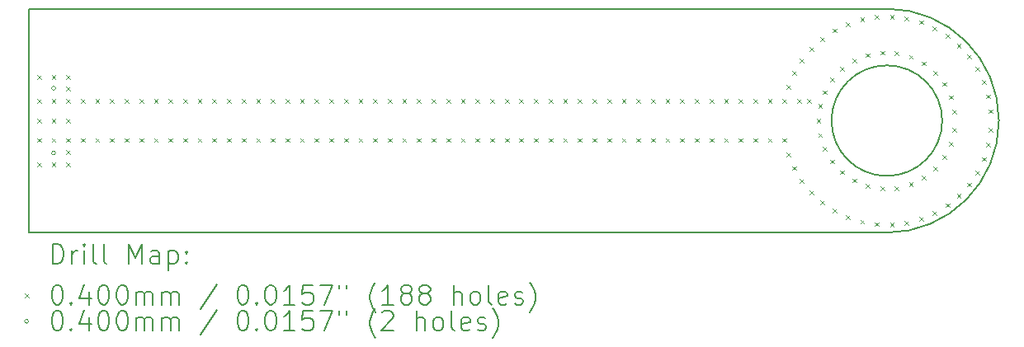
<source format=gbr>
%TF.GenerationSoftware,KiCad,Pcbnew,7.0.1*%
%TF.CreationDate,2023-05-15T14:11:47-06:00*%
%TF.ProjectId,H-field_RF_probe,482d6669-656c-4645-9f52-465f70726f62,rev?*%
%TF.SameCoordinates,Original*%
%TF.FileFunction,Drillmap*%
%TF.FilePolarity,Positive*%
%FSLAX45Y45*%
G04 Gerber Fmt 4.5, Leading zero omitted, Abs format (unit mm)*
G04 Created by KiCad (PCBNEW 7.0.1) date 2023-05-15 14:11:47*
%MOMM*%
%LPD*%
G01*
G04 APERTURE LIST*
%ADD10C,0.150000*%
%ADD11C,0.200000*%
%ADD12C,0.040000*%
G04 APERTURE END LIST*
D10*
X18800000Y-5400000D02*
X10000000Y-5400000D01*
X19367961Y-6550000D02*
G75*
G03*
X19367961Y-6550000I-567961J0D01*
G01*
X18800000Y-7700000D02*
G75*
G03*
X18800000Y-5400000I0J1150000D01*
G01*
X18800000Y-7700000D02*
X10000000Y-7700000D01*
X10000000Y-7700000D02*
X10000000Y-5400000D01*
D11*
D12*
X10080000Y-6080000D02*
X10120000Y-6120000D01*
X10120000Y-6080000D02*
X10080000Y-6120000D01*
X10080000Y-6330000D02*
X10120000Y-6370000D01*
X10120000Y-6330000D02*
X10080000Y-6370000D01*
X10080000Y-6530000D02*
X10120000Y-6570000D01*
X10120000Y-6530000D02*
X10080000Y-6570000D01*
X10080000Y-6730000D02*
X10120000Y-6770000D01*
X10120000Y-6730000D02*
X10080000Y-6770000D01*
X10080000Y-6980000D02*
X10120000Y-7020000D01*
X10120000Y-6980000D02*
X10080000Y-7020000D01*
X10230000Y-6080000D02*
X10270000Y-6120000D01*
X10270000Y-6080000D02*
X10230000Y-6120000D01*
X10230000Y-6330000D02*
X10270000Y-6370000D01*
X10270000Y-6330000D02*
X10230000Y-6370000D01*
X10230000Y-6530063D02*
X10270000Y-6570063D01*
X10270000Y-6530063D02*
X10230000Y-6570063D01*
X10230000Y-6730000D02*
X10270000Y-6770000D01*
X10270000Y-6730000D02*
X10230000Y-6770000D01*
X10230000Y-6980000D02*
X10270000Y-7020000D01*
X10270000Y-6980000D02*
X10230000Y-7020000D01*
X10380000Y-6080000D02*
X10420000Y-6120000D01*
X10420000Y-6080000D02*
X10380000Y-6120000D01*
X10380000Y-6330000D02*
X10420000Y-6370000D01*
X10420000Y-6330000D02*
X10380000Y-6370000D01*
X10380000Y-6530000D02*
X10420000Y-6570000D01*
X10420000Y-6530000D02*
X10380000Y-6570000D01*
X10380000Y-6730000D02*
X10420000Y-6770000D01*
X10420000Y-6730000D02*
X10380000Y-6770000D01*
X10380000Y-6980000D02*
X10420000Y-7020000D01*
X10420000Y-6980000D02*
X10380000Y-7020000D01*
X10380719Y-6203901D02*
X10420719Y-6243901D01*
X10420719Y-6203901D02*
X10380719Y-6243901D01*
X10380746Y-6855353D02*
X10420746Y-6895353D01*
X10420746Y-6855353D02*
X10380746Y-6895353D01*
X10530000Y-6330000D02*
X10570000Y-6370000D01*
X10570000Y-6330000D02*
X10530000Y-6370000D01*
X10530000Y-6730000D02*
X10570000Y-6770000D01*
X10570000Y-6730000D02*
X10530000Y-6770000D01*
X10680000Y-6330000D02*
X10720000Y-6370000D01*
X10720000Y-6330000D02*
X10680000Y-6370000D01*
X10680000Y-6730000D02*
X10720000Y-6770000D01*
X10720000Y-6730000D02*
X10680000Y-6770000D01*
X10830000Y-6330000D02*
X10870000Y-6370000D01*
X10870000Y-6330000D02*
X10830000Y-6370000D01*
X10830000Y-6730000D02*
X10870000Y-6770000D01*
X10870000Y-6730000D02*
X10830000Y-6770000D01*
X10980000Y-6330000D02*
X11020000Y-6370000D01*
X11020000Y-6330000D02*
X10980000Y-6370000D01*
X10980000Y-6730000D02*
X11020000Y-6770000D01*
X11020000Y-6730000D02*
X10980000Y-6770000D01*
X11130000Y-6330000D02*
X11170000Y-6370000D01*
X11170000Y-6330000D02*
X11130000Y-6370000D01*
X11130000Y-6730000D02*
X11170000Y-6770000D01*
X11170000Y-6730000D02*
X11130000Y-6770000D01*
X11280000Y-6330000D02*
X11320000Y-6370000D01*
X11320000Y-6330000D02*
X11280000Y-6370000D01*
X11280000Y-6730000D02*
X11320000Y-6770000D01*
X11320000Y-6730000D02*
X11280000Y-6770000D01*
X11430000Y-6330000D02*
X11470000Y-6370000D01*
X11470000Y-6330000D02*
X11430000Y-6370000D01*
X11430000Y-6730000D02*
X11470000Y-6770000D01*
X11470000Y-6730000D02*
X11430000Y-6770000D01*
X11580000Y-6330000D02*
X11620000Y-6370000D01*
X11620000Y-6330000D02*
X11580000Y-6370000D01*
X11580000Y-6730000D02*
X11620000Y-6770000D01*
X11620000Y-6730000D02*
X11580000Y-6770000D01*
X11730000Y-6330000D02*
X11770000Y-6370000D01*
X11770000Y-6330000D02*
X11730000Y-6370000D01*
X11730000Y-6730000D02*
X11770000Y-6770000D01*
X11770000Y-6730000D02*
X11730000Y-6770000D01*
X11880000Y-6330000D02*
X11920000Y-6370000D01*
X11920000Y-6330000D02*
X11880000Y-6370000D01*
X11880000Y-6730000D02*
X11920000Y-6770000D01*
X11920000Y-6730000D02*
X11880000Y-6770000D01*
X12030000Y-6330000D02*
X12070000Y-6370000D01*
X12070000Y-6330000D02*
X12030000Y-6370000D01*
X12030000Y-6730000D02*
X12070000Y-6770000D01*
X12070000Y-6730000D02*
X12030000Y-6770000D01*
X12180000Y-6330000D02*
X12220000Y-6370000D01*
X12220000Y-6330000D02*
X12180000Y-6370000D01*
X12180000Y-6730000D02*
X12220000Y-6770000D01*
X12220000Y-6730000D02*
X12180000Y-6770000D01*
X12330000Y-6330000D02*
X12370000Y-6370000D01*
X12370000Y-6330000D02*
X12330000Y-6370000D01*
X12330000Y-6730000D02*
X12370000Y-6770000D01*
X12370000Y-6730000D02*
X12330000Y-6770000D01*
X12480000Y-6330000D02*
X12520000Y-6370000D01*
X12520000Y-6330000D02*
X12480000Y-6370000D01*
X12480000Y-6730000D02*
X12520000Y-6770000D01*
X12520000Y-6730000D02*
X12480000Y-6770000D01*
X12630000Y-6330000D02*
X12670000Y-6370000D01*
X12670000Y-6330000D02*
X12630000Y-6370000D01*
X12630000Y-6730000D02*
X12670000Y-6770000D01*
X12670000Y-6730000D02*
X12630000Y-6770000D01*
X12780000Y-6330000D02*
X12820000Y-6370000D01*
X12820000Y-6330000D02*
X12780000Y-6370000D01*
X12780000Y-6730000D02*
X12820000Y-6770000D01*
X12820000Y-6730000D02*
X12780000Y-6770000D01*
X12930000Y-6330000D02*
X12970000Y-6370000D01*
X12970000Y-6330000D02*
X12930000Y-6370000D01*
X12930000Y-6730000D02*
X12970000Y-6770000D01*
X12970000Y-6730000D02*
X12930000Y-6770000D01*
X13080000Y-6330000D02*
X13120000Y-6370000D01*
X13120000Y-6330000D02*
X13080000Y-6370000D01*
X13080000Y-6730000D02*
X13120000Y-6770000D01*
X13120000Y-6730000D02*
X13080000Y-6770000D01*
X13230000Y-6330000D02*
X13270000Y-6370000D01*
X13270000Y-6330000D02*
X13230000Y-6370000D01*
X13230000Y-6730000D02*
X13270000Y-6770000D01*
X13270000Y-6730000D02*
X13230000Y-6770000D01*
X13380000Y-6330000D02*
X13420000Y-6370000D01*
X13420000Y-6330000D02*
X13380000Y-6370000D01*
X13380000Y-6730000D02*
X13420000Y-6770000D01*
X13420000Y-6730000D02*
X13380000Y-6770000D01*
X13530000Y-6330000D02*
X13570000Y-6370000D01*
X13570000Y-6330000D02*
X13530000Y-6370000D01*
X13530000Y-6730000D02*
X13570000Y-6770000D01*
X13570000Y-6730000D02*
X13530000Y-6770000D01*
X13680000Y-6330000D02*
X13720000Y-6370000D01*
X13720000Y-6330000D02*
X13680000Y-6370000D01*
X13680000Y-6730000D02*
X13720000Y-6770000D01*
X13720000Y-6730000D02*
X13680000Y-6770000D01*
X13830000Y-6330000D02*
X13870000Y-6370000D01*
X13870000Y-6330000D02*
X13830000Y-6370000D01*
X13830000Y-6730000D02*
X13870000Y-6770000D01*
X13870000Y-6730000D02*
X13830000Y-6770000D01*
X13980000Y-6330000D02*
X14020000Y-6370000D01*
X14020000Y-6330000D02*
X13980000Y-6370000D01*
X13980000Y-6730000D02*
X14020000Y-6770000D01*
X14020000Y-6730000D02*
X13980000Y-6770000D01*
X14130000Y-6330000D02*
X14170000Y-6370000D01*
X14170000Y-6330000D02*
X14130000Y-6370000D01*
X14130000Y-6730000D02*
X14170000Y-6770000D01*
X14170000Y-6730000D02*
X14130000Y-6770000D01*
X14280000Y-6330000D02*
X14320000Y-6370000D01*
X14320000Y-6330000D02*
X14280000Y-6370000D01*
X14280000Y-6730000D02*
X14320000Y-6770000D01*
X14320000Y-6730000D02*
X14280000Y-6770000D01*
X14430000Y-6330000D02*
X14470000Y-6370000D01*
X14470000Y-6330000D02*
X14430000Y-6370000D01*
X14430000Y-6730000D02*
X14470000Y-6770000D01*
X14470000Y-6730000D02*
X14430000Y-6770000D01*
X14580000Y-6330000D02*
X14620000Y-6370000D01*
X14620000Y-6330000D02*
X14580000Y-6370000D01*
X14580000Y-6730000D02*
X14620000Y-6770000D01*
X14620000Y-6730000D02*
X14580000Y-6770000D01*
X14730000Y-6330000D02*
X14770000Y-6370000D01*
X14770000Y-6330000D02*
X14730000Y-6370000D01*
X14730000Y-6730000D02*
X14770000Y-6770000D01*
X14770000Y-6730000D02*
X14730000Y-6770000D01*
X14880000Y-6330000D02*
X14920000Y-6370000D01*
X14920000Y-6330000D02*
X14880000Y-6370000D01*
X14880000Y-6730000D02*
X14920000Y-6770000D01*
X14920000Y-6730000D02*
X14880000Y-6770000D01*
X15030000Y-6330000D02*
X15070000Y-6370000D01*
X15070000Y-6330000D02*
X15030000Y-6370000D01*
X15030000Y-6730000D02*
X15070000Y-6770000D01*
X15070000Y-6730000D02*
X15030000Y-6770000D01*
X15180000Y-6330000D02*
X15220000Y-6370000D01*
X15220000Y-6330000D02*
X15180000Y-6370000D01*
X15180000Y-6330000D02*
X15220000Y-6370000D01*
X15220000Y-6330000D02*
X15180000Y-6370000D01*
X15180000Y-6730000D02*
X15220000Y-6770000D01*
X15220000Y-6730000D02*
X15180000Y-6770000D01*
X15180000Y-6730000D02*
X15220000Y-6770000D01*
X15220000Y-6730000D02*
X15180000Y-6770000D01*
X15330000Y-6330000D02*
X15370000Y-6370000D01*
X15370000Y-6330000D02*
X15330000Y-6370000D01*
X15330000Y-6730000D02*
X15370000Y-6770000D01*
X15370000Y-6730000D02*
X15330000Y-6770000D01*
X15480000Y-6330000D02*
X15520000Y-6370000D01*
X15520000Y-6330000D02*
X15480000Y-6370000D01*
X15480000Y-6730000D02*
X15520000Y-6770000D01*
X15520000Y-6730000D02*
X15480000Y-6770000D01*
X15630000Y-6330000D02*
X15670000Y-6370000D01*
X15670000Y-6330000D02*
X15630000Y-6370000D01*
X15630000Y-6730000D02*
X15670000Y-6770000D01*
X15670000Y-6730000D02*
X15630000Y-6770000D01*
X15780000Y-6330000D02*
X15820000Y-6370000D01*
X15820000Y-6330000D02*
X15780000Y-6370000D01*
X15780000Y-6730000D02*
X15820000Y-6770000D01*
X15820000Y-6730000D02*
X15780000Y-6770000D01*
X15930000Y-6330000D02*
X15970000Y-6370000D01*
X15970000Y-6330000D02*
X15930000Y-6370000D01*
X15930000Y-6730000D02*
X15970000Y-6770000D01*
X15970000Y-6730000D02*
X15930000Y-6770000D01*
X16080000Y-6330000D02*
X16120000Y-6370000D01*
X16120000Y-6330000D02*
X16080000Y-6370000D01*
X16080000Y-6730000D02*
X16120000Y-6770000D01*
X16120000Y-6730000D02*
X16080000Y-6770000D01*
X16230000Y-6330000D02*
X16270000Y-6370000D01*
X16270000Y-6330000D02*
X16230000Y-6370000D01*
X16230000Y-6730000D02*
X16270000Y-6770000D01*
X16270000Y-6730000D02*
X16230000Y-6770000D01*
X16380000Y-6330000D02*
X16420000Y-6370000D01*
X16420000Y-6330000D02*
X16380000Y-6370000D01*
X16380000Y-6730000D02*
X16420000Y-6770000D01*
X16420000Y-6730000D02*
X16380000Y-6770000D01*
X16530000Y-6330000D02*
X16570000Y-6370000D01*
X16570000Y-6330000D02*
X16530000Y-6370000D01*
X16530000Y-6730000D02*
X16570000Y-6770000D01*
X16570000Y-6730000D02*
X16530000Y-6770000D01*
X16680000Y-6330000D02*
X16720000Y-6370000D01*
X16720000Y-6330000D02*
X16680000Y-6370000D01*
X16680000Y-6730000D02*
X16720000Y-6770000D01*
X16720000Y-6730000D02*
X16680000Y-6770000D01*
X16830000Y-6330000D02*
X16870000Y-6370000D01*
X16870000Y-6330000D02*
X16830000Y-6370000D01*
X16830000Y-6730000D02*
X16870000Y-6770000D01*
X16870000Y-6730000D02*
X16830000Y-6770000D01*
X16980000Y-6330000D02*
X17020000Y-6370000D01*
X17020000Y-6330000D02*
X16980000Y-6370000D01*
X16980000Y-6730000D02*
X17020000Y-6770000D01*
X17020000Y-6730000D02*
X16980000Y-6770000D01*
X17130000Y-6330000D02*
X17170000Y-6370000D01*
X17170000Y-6330000D02*
X17130000Y-6370000D01*
X17130000Y-6730000D02*
X17170000Y-6770000D01*
X17170000Y-6730000D02*
X17130000Y-6770000D01*
X17280000Y-6330000D02*
X17320000Y-6370000D01*
X17320000Y-6330000D02*
X17280000Y-6370000D01*
X17280000Y-6730000D02*
X17320000Y-6770000D01*
X17320000Y-6730000D02*
X17280000Y-6770000D01*
X17430000Y-6330000D02*
X17470000Y-6370000D01*
X17470000Y-6330000D02*
X17430000Y-6370000D01*
X17430000Y-6730000D02*
X17470000Y-6770000D01*
X17470000Y-6730000D02*
X17430000Y-6770000D01*
X17580000Y-6330000D02*
X17620000Y-6370000D01*
X17620000Y-6330000D02*
X17580000Y-6370000D01*
X17580000Y-6730000D02*
X17620000Y-6770000D01*
X17620000Y-6730000D02*
X17580000Y-6770000D01*
X17730000Y-6330000D02*
X17770000Y-6370000D01*
X17770000Y-6330000D02*
X17730000Y-6370000D01*
X17730000Y-6730000D02*
X17770000Y-6770000D01*
X17770000Y-6730000D02*
X17730000Y-6770000D01*
X17769261Y-6182284D02*
X17809261Y-6222284D01*
X17809261Y-6182284D02*
X17769261Y-6222284D01*
X17769261Y-6877716D02*
X17809261Y-6917716D01*
X17809261Y-6877716D02*
X17769261Y-6917716D01*
X17829189Y-6041679D02*
X17869189Y-6081679D01*
X17869189Y-6041679D02*
X17829189Y-6081679D01*
X17829189Y-7018321D02*
X17869189Y-7058321D01*
X17869189Y-7018321D02*
X17829189Y-7058321D01*
X17880000Y-6330000D02*
X17920000Y-6370000D01*
X17920000Y-6330000D02*
X17880000Y-6370000D01*
X17908558Y-5911058D02*
X17948558Y-5951058D01*
X17948558Y-5911058D02*
X17908558Y-5951058D01*
X17908558Y-7148942D02*
X17948558Y-7188942D01*
X17948558Y-7148942D02*
X17908558Y-7188942D01*
X17980000Y-6330000D02*
X18020000Y-6370000D01*
X18020000Y-6330000D02*
X17980000Y-6370000D01*
X18005747Y-5793093D02*
X18045747Y-5833093D01*
X18045747Y-5793093D02*
X18005747Y-5833093D01*
X18005747Y-7266907D02*
X18045747Y-7306907D01*
X18045747Y-7266907D02*
X18005747Y-7306907D01*
X18080000Y-6530000D02*
X18120000Y-6570000D01*
X18120000Y-6530000D02*
X18080000Y-6570000D01*
X18096068Y-6380879D02*
X18136068Y-6420879D01*
X18136068Y-6380879D02*
X18096068Y-6420879D01*
X18096068Y-6679121D02*
X18136068Y-6719121D01*
X18136068Y-6679121D02*
X18096068Y-6719121D01*
X18118767Y-5690196D02*
X18158767Y-5730196D01*
X18158767Y-5690196D02*
X18118767Y-5730196D01*
X18118767Y-7369804D02*
X18158767Y-7409804D01*
X18158767Y-7369804D02*
X18118767Y-7409804D01*
X18143535Y-6238603D02*
X18183535Y-6278603D01*
X18183535Y-6238603D02*
X18143535Y-6278603D01*
X18143535Y-6821397D02*
X18183535Y-6861397D01*
X18183535Y-6821397D02*
X18143535Y-6861397D01*
X18220221Y-6109706D02*
X18260221Y-6149706D01*
X18260221Y-6109706D02*
X18220221Y-6149706D01*
X18220221Y-6950294D02*
X18260221Y-6990294D01*
X18260221Y-6950294D02*
X18220221Y-6990294D01*
X18245307Y-5604471D02*
X18285307Y-5644471D01*
X18285307Y-5604471D02*
X18245307Y-5644471D01*
X18245307Y-7455529D02*
X18285307Y-7495529D01*
X18285307Y-7455529D02*
X18245307Y-7495529D01*
X18322606Y-6000103D02*
X18362606Y-6040103D01*
X18362606Y-6000103D02*
X18322606Y-6040103D01*
X18322606Y-7059896D02*
X18362606Y-7099896D01*
X18362606Y-7059896D02*
X18322606Y-7099896D01*
X18382781Y-5537671D02*
X18422781Y-5577671D01*
X18422781Y-5537671D02*
X18382781Y-5577671D01*
X18382781Y-7522329D02*
X18422781Y-7562329D01*
X18422781Y-7522329D02*
X18382781Y-7562329D01*
X18445989Y-5914828D02*
X18485989Y-5954828D01*
X18485989Y-5914828D02*
X18445989Y-5954828D01*
X18445989Y-7145172D02*
X18485989Y-7185172D01*
X18485989Y-7145172D02*
X18445989Y-7185172D01*
X18528377Y-5491161D02*
X18568377Y-5531161D01*
X18568377Y-5491161D02*
X18528377Y-5531161D01*
X18528377Y-7568839D02*
X18568377Y-7608839D01*
X18568377Y-7568839D02*
X18528377Y-7608839D01*
X18584706Y-5857794D02*
X18624706Y-5897794D01*
X18624706Y-5857794D02*
X18584706Y-5897794D01*
X18584706Y-7202206D02*
X18624706Y-7242206D01*
X18624706Y-7202206D02*
X18584706Y-7242206D01*
X18679118Y-5465893D02*
X18719118Y-5505893D01*
X18719118Y-5465893D02*
X18679118Y-5505893D01*
X18679118Y-7594107D02*
X18719118Y-7634107D01*
X18719118Y-7594107D02*
X18679118Y-7634107D01*
X18732389Y-5831621D02*
X18772389Y-5871621D01*
X18772389Y-5831621D02*
X18732389Y-5871621D01*
X18732389Y-7228379D02*
X18772389Y-7268379D01*
X18772389Y-7228379D02*
X18732389Y-7268379D01*
X18831922Y-5462384D02*
X18871922Y-5502384D01*
X18871922Y-5462384D02*
X18831922Y-5502384D01*
X18831922Y-7597616D02*
X18871922Y-7637616D01*
X18871922Y-7597616D02*
X18831922Y-7637616D01*
X18882258Y-5837509D02*
X18922258Y-5877509D01*
X18922258Y-5837509D02*
X18882258Y-5877509D01*
X18882258Y-7222491D02*
X18922258Y-7262491D01*
X18922258Y-7222491D02*
X18882258Y-7262491D01*
X18983664Y-5480705D02*
X19023664Y-5520705D01*
X19023664Y-5480705D02*
X18983664Y-5520705D01*
X18983664Y-7579295D02*
X19023664Y-7619295D01*
X19023664Y-7579295D02*
X18983664Y-7619295D01*
X19027432Y-5875189D02*
X19067432Y-5915189D01*
X19067432Y-5875189D02*
X19027432Y-5915189D01*
X19027432Y-7184811D02*
X19067432Y-7224811D01*
X19067432Y-7184811D02*
X19027432Y-7224811D01*
X19131242Y-5520481D02*
X19171242Y-5560481D01*
X19171242Y-5520481D02*
X19131242Y-5560481D01*
X19131242Y-7539519D02*
X19171242Y-7579519D01*
X19171242Y-7539519D02*
X19131242Y-7579519D01*
X19161247Y-5942931D02*
X19201247Y-5982931D01*
X19201247Y-5942931D02*
X19161247Y-5982931D01*
X19161247Y-7117069D02*
X19201247Y-7157069D01*
X19201247Y-7117069D02*
X19161247Y-7157069D01*
X19271637Y-5580899D02*
X19311637Y-5620899D01*
X19311637Y-5580899D02*
X19271637Y-5620899D01*
X19271637Y-7479101D02*
X19311637Y-7519101D01*
X19311637Y-7479101D02*
X19271637Y-7519101D01*
X19277560Y-6037624D02*
X19317560Y-6077624D01*
X19317560Y-6037624D02*
X19277560Y-6077624D01*
X19277560Y-7022376D02*
X19317560Y-7062376D01*
X19317560Y-7022376D02*
X19277560Y-7062376D01*
X19371030Y-6154921D02*
X19411030Y-6194921D01*
X19411030Y-6154921D02*
X19371030Y-6194921D01*
X19371030Y-6905079D02*
X19411030Y-6945079D01*
X19411030Y-6905079D02*
X19371030Y-6945079D01*
X19401980Y-5660724D02*
X19441980Y-5700724D01*
X19441980Y-5660724D02*
X19401980Y-5700724D01*
X19401980Y-7399276D02*
X19441980Y-7439276D01*
X19441980Y-7399276D02*
X19401980Y-7439276D01*
X19437366Y-6289438D02*
X19477366Y-6329438D01*
X19477366Y-6289438D02*
X19437366Y-6329438D01*
X19437366Y-6770562D02*
X19477366Y-6810562D01*
X19477366Y-6770562D02*
X19437366Y-6810562D01*
X19473524Y-6434999D02*
X19513524Y-6474999D01*
X19513524Y-6434999D02*
X19473524Y-6474999D01*
X19473524Y-6625001D02*
X19513524Y-6665001D01*
X19513524Y-6625001D02*
X19473524Y-6665001D01*
X19519605Y-5758324D02*
X19559605Y-5798324D01*
X19559605Y-5758324D02*
X19519605Y-5798324D01*
X19519605Y-7301676D02*
X19559605Y-7341676D01*
X19559605Y-7301676D02*
X19519605Y-7341676D01*
X19622107Y-5871702D02*
X19662107Y-5911702D01*
X19662107Y-5871702D02*
X19622107Y-5911702D01*
X19622107Y-7188298D02*
X19662107Y-7228298D01*
X19662107Y-7188298D02*
X19622107Y-7228298D01*
X19707390Y-5998541D02*
X19747390Y-6038541D01*
X19747390Y-5998541D02*
X19707390Y-6038541D01*
X19707390Y-7061459D02*
X19747390Y-7101459D01*
X19747390Y-7061459D02*
X19707390Y-7101459D01*
X19773710Y-6136247D02*
X19813710Y-6176247D01*
X19813710Y-6136247D02*
X19773710Y-6176247D01*
X19773710Y-6923752D02*
X19813710Y-6963752D01*
X19813710Y-6923752D02*
X19773710Y-6963752D01*
X19819711Y-6282005D02*
X19859711Y-6322005D01*
X19859711Y-6282005D02*
X19819711Y-6322005D01*
X19819711Y-6777995D02*
X19859711Y-6817995D01*
X19859711Y-6777995D02*
X19819711Y-6817995D01*
X19844452Y-6432833D02*
X19884452Y-6472833D01*
X19884452Y-6432833D02*
X19844452Y-6472833D01*
X19844452Y-6627167D02*
X19884452Y-6667167D01*
X19884452Y-6627167D02*
X19844452Y-6667167D01*
X10270000Y-6217500D02*
G75*
G03*
X10270000Y-6217500I-20000J0D01*
G01*
X10270000Y-6882500D02*
G75*
G03*
X10270000Y-6882500I-20000J0D01*
G01*
D11*
X10240119Y-8020024D02*
X10240119Y-7820024D01*
X10240119Y-7820024D02*
X10287738Y-7820024D01*
X10287738Y-7820024D02*
X10316310Y-7829548D01*
X10316310Y-7829548D02*
X10335357Y-7848595D01*
X10335357Y-7848595D02*
X10344881Y-7867643D01*
X10344881Y-7867643D02*
X10354405Y-7905738D01*
X10354405Y-7905738D02*
X10354405Y-7934309D01*
X10354405Y-7934309D02*
X10344881Y-7972405D01*
X10344881Y-7972405D02*
X10335357Y-7991452D01*
X10335357Y-7991452D02*
X10316310Y-8010500D01*
X10316310Y-8010500D02*
X10287738Y-8020024D01*
X10287738Y-8020024D02*
X10240119Y-8020024D01*
X10440119Y-8020024D02*
X10440119Y-7886690D01*
X10440119Y-7924786D02*
X10449643Y-7905738D01*
X10449643Y-7905738D02*
X10459167Y-7896214D01*
X10459167Y-7896214D02*
X10478214Y-7886690D01*
X10478214Y-7886690D02*
X10497262Y-7886690D01*
X10563929Y-8020024D02*
X10563929Y-7886690D01*
X10563929Y-7820024D02*
X10554405Y-7829548D01*
X10554405Y-7829548D02*
X10563929Y-7839071D01*
X10563929Y-7839071D02*
X10573452Y-7829548D01*
X10573452Y-7829548D02*
X10563929Y-7820024D01*
X10563929Y-7820024D02*
X10563929Y-7839071D01*
X10687738Y-8020024D02*
X10668690Y-8010500D01*
X10668690Y-8010500D02*
X10659167Y-7991452D01*
X10659167Y-7991452D02*
X10659167Y-7820024D01*
X10792500Y-8020024D02*
X10773452Y-8010500D01*
X10773452Y-8010500D02*
X10763929Y-7991452D01*
X10763929Y-7991452D02*
X10763929Y-7820024D01*
X11021071Y-8020024D02*
X11021071Y-7820024D01*
X11021071Y-7820024D02*
X11087738Y-7962881D01*
X11087738Y-7962881D02*
X11154405Y-7820024D01*
X11154405Y-7820024D02*
X11154405Y-8020024D01*
X11335357Y-8020024D02*
X11335357Y-7915262D01*
X11335357Y-7915262D02*
X11325833Y-7896214D01*
X11325833Y-7896214D02*
X11306786Y-7886690D01*
X11306786Y-7886690D02*
X11268690Y-7886690D01*
X11268690Y-7886690D02*
X11249643Y-7896214D01*
X11335357Y-8010500D02*
X11316309Y-8020024D01*
X11316309Y-8020024D02*
X11268690Y-8020024D01*
X11268690Y-8020024D02*
X11249643Y-8010500D01*
X11249643Y-8010500D02*
X11240119Y-7991452D01*
X11240119Y-7991452D02*
X11240119Y-7972405D01*
X11240119Y-7972405D02*
X11249643Y-7953357D01*
X11249643Y-7953357D02*
X11268690Y-7943833D01*
X11268690Y-7943833D02*
X11316309Y-7943833D01*
X11316309Y-7943833D02*
X11335357Y-7934309D01*
X11430595Y-7886690D02*
X11430595Y-8086690D01*
X11430595Y-7896214D02*
X11449643Y-7886690D01*
X11449643Y-7886690D02*
X11487738Y-7886690D01*
X11487738Y-7886690D02*
X11506786Y-7896214D01*
X11506786Y-7896214D02*
X11516309Y-7905738D01*
X11516309Y-7905738D02*
X11525833Y-7924786D01*
X11525833Y-7924786D02*
X11525833Y-7981928D01*
X11525833Y-7981928D02*
X11516309Y-8000976D01*
X11516309Y-8000976D02*
X11506786Y-8010500D01*
X11506786Y-8010500D02*
X11487738Y-8020024D01*
X11487738Y-8020024D02*
X11449643Y-8020024D01*
X11449643Y-8020024D02*
X11430595Y-8010500D01*
X11611548Y-8000976D02*
X11621071Y-8010500D01*
X11621071Y-8010500D02*
X11611548Y-8020024D01*
X11611548Y-8020024D02*
X11602024Y-8010500D01*
X11602024Y-8010500D02*
X11611548Y-8000976D01*
X11611548Y-8000976D02*
X11611548Y-8020024D01*
X11611548Y-7896214D02*
X11621071Y-7905738D01*
X11621071Y-7905738D02*
X11611548Y-7915262D01*
X11611548Y-7915262D02*
X11602024Y-7905738D01*
X11602024Y-7905738D02*
X11611548Y-7896214D01*
X11611548Y-7896214D02*
X11611548Y-7915262D01*
D12*
X9952500Y-8327500D02*
X9992500Y-8367500D01*
X9992500Y-8327500D02*
X9952500Y-8367500D01*
D11*
X10278214Y-8240024D02*
X10297262Y-8240024D01*
X10297262Y-8240024D02*
X10316310Y-8249548D01*
X10316310Y-8249548D02*
X10325833Y-8259071D01*
X10325833Y-8259071D02*
X10335357Y-8278119D01*
X10335357Y-8278119D02*
X10344881Y-8316214D01*
X10344881Y-8316214D02*
X10344881Y-8363833D01*
X10344881Y-8363833D02*
X10335357Y-8401929D01*
X10335357Y-8401929D02*
X10325833Y-8420976D01*
X10325833Y-8420976D02*
X10316310Y-8430500D01*
X10316310Y-8430500D02*
X10297262Y-8440024D01*
X10297262Y-8440024D02*
X10278214Y-8440024D01*
X10278214Y-8440024D02*
X10259167Y-8430500D01*
X10259167Y-8430500D02*
X10249643Y-8420976D01*
X10249643Y-8420976D02*
X10240119Y-8401929D01*
X10240119Y-8401929D02*
X10230595Y-8363833D01*
X10230595Y-8363833D02*
X10230595Y-8316214D01*
X10230595Y-8316214D02*
X10240119Y-8278119D01*
X10240119Y-8278119D02*
X10249643Y-8259071D01*
X10249643Y-8259071D02*
X10259167Y-8249548D01*
X10259167Y-8249548D02*
X10278214Y-8240024D01*
X10430595Y-8420976D02*
X10440119Y-8430500D01*
X10440119Y-8430500D02*
X10430595Y-8440024D01*
X10430595Y-8440024D02*
X10421071Y-8430500D01*
X10421071Y-8430500D02*
X10430595Y-8420976D01*
X10430595Y-8420976D02*
X10430595Y-8440024D01*
X10611548Y-8306690D02*
X10611548Y-8440024D01*
X10563929Y-8230500D02*
X10516310Y-8373357D01*
X10516310Y-8373357D02*
X10640119Y-8373357D01*
X10754405Y-8240024D02*
X10773452Y-8240024D01*
X10773452Y-8240024D02*
X10792500Y-8249548D01*
X10792500Y-8249548D02*
X10802024Y-8259071D01*
X10802024Y-8259071D02*
X10811548Y-8278119D01*
X10811548Y-8278119D02*
X10821071Y-8316214D01*
X10821071Y-8316214D02*
X10821071Y-8363833D01*
X10821071Y-8363833D02*
X10811548Y-8401929D01*
X10811548Y-8401929D02*
X10802024Y-8420976D01*
X10802024Y-8420976D02*
X10792500Y-8430500D01*
X10792500Y-8430500D02*
X10773452Y-8440024D01*
X10773452Y-8440024D02*
X10754405Y-8440024D01*
X10754405Y-8440024D02*
X10735357Y-8430500D01*
X10735357Y-8430500D02*
X10725833Y-8420976D01*
X10725833Y-8420976D02*
X10716310Y-8401929D01*
X10716310Y-8401929D02*
X10706786Y-8363833D01*
X10706786Y-8363833D02*
X10706786Y-8316214D01*
X10706786Y-8316214D02*
X10716310Y-8278119D01*
X10716310Y-8278119D02*
X10725833Y-8259071D01*
X10725833Y-8259071D02*
X10735357Y-8249548D01*
X10735357Y-8249548D02*
X10754405Y-8240024D01*
X10944881Y-8240024D02*
X10963929Y-8240024D01*
X10963929Y-8240024D02*
X10982976Y-8249548D01*
X10982976Y-8249548D02*
X10992500Y-8259071D01*
X10992500Y-8259071D02*
X11002024Y-8278119D01*
X11002024Y-8278119D02*
X11011548Y-8316214D01*
X11011548Y-8316214D02*
X11011548Y-8363833D01*
X11011548Y-8363833D02*
X11002024Y-8401929D01*
X11002024Y-8401929D02*
X10992500Y-8420976D01*
X10992500Y-8420976D02*
X10982976Y-8430500D01*
X10982976Y-8430500D02*
X10963929Y-8440024D01*
X10963929Y-8440024D02*
X10944881Y-8440024D01*
X10944881Y-8440024D02*
X10925833Y-8430500D01*
X10925833Y-8430500D02*
X10916310Y-8420976D01*
X10916310Y-8420976D02*
X10906786Y-8401929D01*
X10906786Y-8401929D02*
X10897262Y-8363833D01*
X10897262Y-8363833D02*
X10897262Y-8316214D01*
X10897262Y-8316214D02*
X10906786Y-8278119D01*
X10906786Y-8278119D02*
X10916310Y-8259071D01*
X10916310Y-8259071D02*
X10925833Y-8249548D01*
X10925833Y-8249548D02*
X10944881Y-8240024D01*
X11097262Y-8440024D02*
X11097262Y-8306690D01*
X11097262Y-8325738D02*
X11106786Y-8316214D01*
X11106786Y-8316214D02*
X11125833Y-8306690D01*
X11125833Y-8306690D02*
X11154405Y-8306690D01*
X11154405Y-8306690D02*
X11173452Y-8316214D01*
X11173452Y-8316214D02*
X11182976Y-8335262D01*
X11182976Y-8335262D02*
X11182976Y-8440024D01*
X11182976Y-8335262D02*
X11192500Y-8316214D01*
X11192500Y-8316214D02*
X11211548Y-8306690D01*
X11211548Y-8306690D02*
X11240119Y-8306690D01*
X11240119Y-8306690D02*
X11259167Y-8316214D01*
X11259167Y-8316214D02*
X11268690Y-8335262D01*
X11268690Y-8335262D02*
X11268690Y-8440024D01*
X11363929Y-8440024D02*
X11363929Y-8306690D01*
X11363929Y-8325738D02*
X11373452Y-8316214D01*
X11373452Y-8316214D02*
X11392500Y-8306690D01*
X11392500Y-8306690D02*
X11421071Y-8306690D01*
X11421071Y-8306690D02*
X11440119Y-8316214D01*
X11440119Y-8316214D02*
X11449643Y-8335262D01*
X11449643Y-8335262D02*
X11449643Y-8440024D01*
X11449643Y-8335262D02*
X11459167Y-8316214D01*
X11459167Y-8316214D02*
X11478214Y-8306690D01*
X11478214Y-8306690D02*
X11506786Y-8306690D01*
X11506786Y-8306690D02*
X11525833Y-8316214D01*
X11525833Y-8316214D02*
X11535357Y-8335262D01*
X11535357Y-8335262D02*
X11535357Y-8440024D01*
X11925833Y-8230500D02*
X11754405Y-8487643D01*
X12182976Y-8240024D02*
X12202024Y-8240024D01*
X12202024Y-8240024D02*
X12221072Y-8249548D01*
X12221072Y-8249548D02*
X12230595Y-8259071D01*
X12230595Y-8259071D02*
X12240119Y-8278119D01*
X12240119Y-8278119D02*
X12249643Y-8316214D01*
X12249643Y-8316214D02*
X12249643Y-8363833D01*
X12249643Y-8363833D02*
X12240119Y-8401929D01*
X12240119Y-8401929D02*
X12230595Y-8420976D01*
X12230595Y-8420976D02*
X12221072Y-8430500D01*
X12221072Y-8430500D02*
X12202024Y-8440024D01*
X12202024Y-8440024D02*
X12182976Y-8440024D01*
X12182976Y-8440024D02*
X12163929Y-8430500D01*
X12163929Y-8430500D02*
X12154405Y-8420976D01*
X12154405Y-8420976D02*
X12144881Y-8401929D01*
X12144881Y-8401929D02*
X12135357Y-8363833D01*
X12135357Y-8363833D02*
X12135357Y-8316214D01*
X12135357Y-8316214D02*
X12144881Y-8278119D01*
X12144881Y-8278119D02*
X12154405Y-8259071D01*
X12154405Y-8259071D02*
X12163929Y-8249548D01*
X12163929Y-8249548D02*
X12182976Y-8240024D01*
X12335357Y-8420976D02*
X12344881Y-8430500D01*
X12344881Y-8430500D02*
X12335357Y-8440024D01*
X12335357Y-8440024D02*
X12325833Y-8430500D01*
X12325833Y-8430500D02*
X12335357Y-8420976D01*
X12335357Y-8420976D02*
X12335357Y-8440024D01*
X12468691Y-8240024D02*
X12487738Y-8240024D01*
X12487738Y-8240024D02*
X12506786Y-8249548D01*
X12506786Y-8249548D02*
X12516310Y-8259071D01*
X12516310Y-8259071D02*
X12525833Y-8278119D01*
X12525833Y-8278119D02*
X12535357Y-8316214D01*
X12535357Y-8316214D02*
X12535357Y-8363833D01*
X12535357Y-8363833D02*
X12525833Y-8401929D01*
X12525833Y-8401929D02*
X12516310Y-8420976D01*
X12516310Y-8420976D02*
X12506786Y-8430500D01*
X12506786Y-8430500D02*
X12487738Y-8440024D01*
X12487738Y-8440024D02*
X12468691Y-8440024D01*
X12468691Y-8440024D02*
X12449643Y-8430500D01*
X12449643Y-8430500D02*
X12440119Y-8420976D01*
X12440119Y-8420976D02*
X12430595Y-8401929D01*
X12430595Y-8401929D02*
X12421072Y-8363833D01*
X12421072Y-8363833D02*
X12421072Y-8316214D01*
X12421072Y-8316214D02*
X12430595Y-8278119D01*
X12430595Y-8278119D02*
X12440119Y-8259071D01*
X12440119Y-8259071D02*
X12449643Y-8249548D01*
X12449643Y-8249548D02*
X12468691Y-8240024D01*
X12725833Y-8440024D02*
X12611548Y-8440024D01*
X12668691Y-8440024D02*
X12668691Y-8240024D01*
X12668691Y-8240024D02*
X12649643Y-8268595D01*
X12649643Y-8268595D02*
X12630595Y-8287643D01*
X12630595Y-8287643D02*
X12611548Y-8297167D01*
X12906786Y-8240024D02*
X12811548Y-8240024D01*
X12811548Y-8240024D02*
X12802024Y-8335262D01*
X12802024Y-8335262D02*
X12811548Y-8325738D01*
X12811548Y-8325738D02*
X12830595Y-8316214D01*
X12830595Y-8316214D02*
X12878214Y-8316214D01*
X12878214Y-8316214D02*
X12897262Y-8325738D01*
X12897262Y-8325738D02*
X12906786Y-8335262D01*
X12906786Y-8335262D02*
X12916310Y-8354309D01*
X12916310Y-8354309D02*
X12916310Y-8401929D01*
X12916310Y-8401929D02*
X12906786Y-8420976D01*
X12906786Y-8420976D02*
X12897262Y-8430500D01*
X12897262Y-8430500D02*
X12878214Y-8440024D01*
X12878214Y-8440024D02*
X12830595Y-8440024D01*
X12830595Y-8440024D02*
X12811548Y-8430500D01*
X12811548Y-8430500D02*
X12802024Y-8420976D01*
X12982976Y-8240024D02*
X13116310Y-8240024D01*
X13116310Y-8240024D02*
X13030595Y-8440024D01*
X13182976Y-8240024D02*
X13182976Y-8278119D01*
X13259167Y-8240024D02*
X13259167Y-8278119D01*
X13554405Y-8516214D02*
X13544881Y-8506690D01*
X13544881Y-8506690D02*
X13525834Y-8478119D01*
X13525834Y-8478119D02*
X13516310Y-8459071D01*
X13516310Y-8459071D02*
X13506786Y-8430500D01*
X13506786Y-8430500D02*
X13497262Y-8382881D01*
X13497262Y-8382881D02*
X13497262Y-8344786D01*
X13497262Y-8344786D02*
X13506786Y-8297167D01*
X13506786Y-8297167D02*
X13516310Y-8268595D01*
X13516310Y-8268595D02*
X13525834Y-8249548D01*
X13525834Y-8249548D02*
X13544881Y-8220976D01*
X13544881Y-8220976D02*
X13554405Y-8211452D01*
X13735357Y-8440024D02*
X13621072Y-8440024D01*
X13678214Y-8440024D02*
X13678214Y-8240024D01*
X13678214Y-8240024D02*
X13659167Y-8268595D01*
X13659167Y-8268595D02*
X13640119Y-8287643D01*
X13640119Y-8287643D02*
X13621072Y-8297167D01*
X13849643Y-8325738D02*
X13830595Y-8316214D01*
X13830595Y-8316214D02*
X13821072Y-8306690D01*
X13821072Y-8306690D02*
X13811548Y-8287643D01*
X13811548Y-8287643D02*
X13811548Y-8278119D01*
X13811548Y-8278119D02*
X13821072Y-8259071D01*
X13821072Y-8259071D02*
X13830595Y-8249548D01*
X13830595Y-8249548D02*
X13849643Y-8240024D01*
X13849643Y-8240024D02*
X13887738Y-8240024D01*
X13887738Y-8240024D02*
X13906786Y-8249548D01*
X13906786Y-8249548D02*
X13916310Y-8259071D01*
X13916310Y-8259071D02*
X13925834Y-8278119D01*
X13925834Y-8278119D02*
X13925834Y-8287643D01*
X13925834Y-8287643D02*
X13916310Y-8306690D01*
X13916310Y-8306690D02*
X13906786Y-8316214D01*
X13906786Y-8316214D02*
X13887738Y-8325738D01*
X13887738Y-8325738D02*
X13849643Y-8325738D01*
X13849643Y-8325738D02*
X13830595Y-8335262D01*
X13830595Y-8335262D02*
X13821072Y-8344786D01*
X13821072Y-8344786D02*
X13811548Y-8363833D01*
X13811548Y-8363833D02*
X13811548Y-8401929D01*
X13811548Y-8401929D02*
X13821072Y-8420976D01*
X13821072Y-8420976D02*
X13830595Y-8430500D01*
X13830595Y-8430500D02*
X13849643Y-8440024D01*
X13849643Y-8440024D02*
X13887738Y-8440024D01*
X13887738Y-8440024D02*
X13906786Y-8430500D01*
X13906786Y-8430500D02*
X13916310Y-8420976D01*
X13916310Y-8420976D02*
X13925834Y-8401929D01*
X13925834Y-8401929D02*
X13925834Y-8363833D01*
X13925834Y-8363833D02*
X13916310Y-8344786D01*
X13916310Y-8344786D02*
X13906786Y-8335262D01*
X13906786Y-8335262D02*
X13887738Y-8325738D01*
X14040119Y-8325738D02*
X14021072Y-8316214D01*
X14021072Y-8316214D02*
X14011548Y-8306690D01*
X14011548Y-8306690D02*
X14002024Y-8287643D01*
X14002024Y-8287643D02*
X14002024Y-8278119D01*
X14002024Y-8278119D02*
X14011548Y-8259071D01*
X14011548Y-8259071D02*
X14021072Y-8249548D01*
X14021072Y-8249548D02*
X14040119Y-8240024D01*
X14040119Y-8240024D02*
X14078215Y-8240024D01*
X14078215Y-8240024D02*
X14097262Y-8249548D01*
X14097262Y-8249548D02*
X14106786Y-8259071D01*
X14106786Y-8259071D02*
X14116310Y-8278119D01*
X14116310Y-8278119D02*
X14116310Y-8287643D01*
X14116310Y-8287643D02*
X14106786Y-8306690D01*
X14106786Y-8306690D02*
X14097262Y-8316214D01*
X14097262Y-8316214D02*
X14078215Y-8325738D01*
X14078215Y-8325738D02*
X14040119Y-8325738D01*
X14040119Y-8325738D02*
X14021072Y-8335262D01*
X14021072Y-8335262D02*
X14011548Y-8344786D01*
X14011548Y-8344786D02*
X14002024Y-8363833D01*
X14002024Y-8363833D02*
X14002024Y-8401929D01*
X14002024Y-8401929D02*
X14011548Y-8420976D01*
X14011548Y-8420976D02*
X14021072Y-8430500D01*
X14021072Y-8430500D02*
X14040119Y-8440024D01*
X14040119Y-8440024D02*
X14078215Y-8440024D01*
X14078215Y-8440024D02*
X14097262Y-8430500D01*
X14097262Y-8430500D02*
X14106786Y-8420976D01*
X14106786Y-8420976D02*
X14116310Y-8401929D01*
X14116310Y-8401929D02*
X14116310Y-8363833D01*
X14116310Y-8363833D02*
X14106786Y-8344786D01*
X14106786Y-8344786D02*
X14097262Y-8335262D01*
X14097262Y-8335262D02*
X14078215Y-8325738D01*
X14354405Y-8440024D02*
X14354405Y-8240024D01*
X14440119Y-8440024D02*
X14440119Y-8335262D01*
X14440119Y-8335262D02*
X14430596Y-8316214D01*
X14430596Y-8316214D02*
X14411548Y-8306690D01*
X14411548Y-8306690D02*
X14382976Y-8306690D01*
X14382976Y-8306690D02*
X14363929Y-8316214D01*
X14363929Y-8316214D02*
X14354405Y-8325738D01*
X14563929Y-8440024D02*
X14544881Y-8430500D01*
X14544881Y-8430500D02*
X14535357Y-8420976D01*
X14535357Y-8420976D02*
X14525834Y-8401929D01*
X14525834Y-8401929D02*
X14525834Y-8344786D01*
X14525834Y-8344786D02*
X14535357Y-8325738D01*
X14535357Y-8325738D02*
X14544881Y-8316214D01*
X14544881Y-8316214D02*
X14563929Y-8306690D01*
X14563929Y-8306690D02*
X14592500Y-8306690D01*
X14592500Y-8306690D02*
X14611548Y-8316214D01*
X14611548Y-8316214D02*
X14621072Y-8325738D01*
X14621072Y-8325738D02*
X14630596Y-8344786D01*
X14630596Y-8344786D02*
X14630596Y-8401929D01*
X14630596Y-8401929D02*
X14621072Y-8420976D01*
X14621072Y-8420976D02*
X14611548Y-8430500D01*
X14611548Y-8430500D02*
X14592500Y-8440024D01*
X14592500Y-8440024D02*
X14563929Y-8440024D01*
X14744881Y-8440024D02*
X14725834Y-8430500D01*
X14725834Y-8430500D02*
X14716310Y-8411452D01*
X14716310Y-8411452D02*
X14716310Y-8240024D01*
X14897262Y-8430500D02*
X14878215Y-8440024D01*
X14878215Y-8440024D02*
X14840119Y-8440024D01*
X14840119Y-8440024D02*
X14821072Y-8430500D01*
X14821072Y-8430500D02*
X14811548Y-8411452D01*
X14811548Y-8411452D02*
X14811548Y-8335262D01*
X14811548Y-8335262D02*
X14821072Y-8316214D01*
X14821072Y-8316214D02*
X14840119Y-8306690D01*
X14840119Y-8306690D02*
X14878215Y-8306690D01*
X14878215Y-8306690D02*
X14897262Y-8316214D01*
X14897262Y-8316214D02*
X14906786Y-8335262D01*
X14906786Y-8335262D02*
X14906786Y-8354309D01*
X14906786Y-8354309D02*
X14811548Y-8373357D01*
X14982977Y-8430500D02*
X15002024Y-8440024D01*
X15002024Y-8440024D02*
X15040119Y-8440024D01*
X15040119Y-8440024D02*
X15059167Y-8430500D01*
X15059167Y-8430500D02*
X15068691Y-8411452D01*
X15068691Y-8411452D02*
X15068691Y-8401929D01*
X15068691Y-8401929D02*
X15059167Y-8382881D01*
X15059167Y-8382881D02*
X15040119Y-8373357D01*
X15040119Y-8373357D02*
X15011548Y-8373357D01*
X15011548Y-8373357D02*
X14992500Y-8363833D01*
X14992500Y-8363833D02*
X14982977Y-8344786D01*
X14982977Y-8344786D02*
X14982977Y-8335262D01*
X14982977Y-8335262D02*
X14992500Y-8316214D01*
X14992500Y-8316214D02*
X15011548Y-8306690D01*
X15011548Y-8306690D02*
X15040119Y-8306690D01*
X15040119Y-8306690D02*
X15059167Y-8316214D01*
X15135358Y-8516214D02*
X15144881Y-8506690D01*
X15144881Y-8506690D02*
X15163929Y-8478119D01*
X15163929Y-8478119D02*
X15173453Y-8459071D01*
X15173453Y-8459071D02*
X15182977Y-8430500D01*
X15182977Y-8430500D02*
X15192500Y-8382881D01*
X15192500Y-8382881D02*
X15192500Y-8344786D01*
X15192500Y-8344786D02*
X15182977Y-8297167D01*
X15182977Y-8297167D02*
X15173453Y-8268595D01*
X15173453Y-8268595D02*
X15163929Y-8249548D01*
X15163929Y-8249548D02*
X15144881Y-8220976D01*
X15144881Y-8220976D02*
X15135358Y-8211452D01*
D12*
X9992500Y-8611500D02*
G75*
G03*
X9992500Y-8611500I-20000J0D01*
G01*
D11*
X10278214Y-8504024D02*
X10297262Y-8504024D01*
X10297262Y-8504024D02*
X10316310Y-8513548D01*
X10316310Y-8513548D02*
X10325833Y-8523071D01*
X10325833Y-8523071D02*
X10335357Y-8542119D01*
X10335357Y-8542119D02*
X10344881Y-8580214D01*
X10344881Y-8580214D02*
X10344881Y-8627833D01*
X10344881Y-8627833D02*
X10335357Y-8665929D01*
X10335357Y-8665929D02*
X10325833Y-8684976D01*
X10325833Y-8684976D02*
X10316310Y-8694500D01*
X10316310Y-8694500D02*
X10297262Y-8704024D01*
X10297262Y-8704024D02*
X10278214Y-8704024D01*
X10278214Y-8704024D02*
X10259167Y-8694500D01*
X10259167Y-8694500D02*
X10249643Y-8684976D01*
X10249643Y-8684976D02*
X10240119Y-8665929D01*
X10240119Y-8665929D02*
X10230595Y-8627833D01*
X10230595Y-8627833D02*
X10230595Y-8580214D01*
X10230595Y-8580214D02*
X10240119Y-8542119D01*
X10240119Y-8542119D02*
X10249643Y-8523071D01*
X10249643Y-8523071D02*
X10259167Y-8513548D01*
X10259167Y-8513548D02*
X10278214Y-8504024D01*
X10430595Y-8684976D02*
X10440119Y-8694500D01*
X10440119Y-8694500D02*
X10430595Y-8704024D01*
X10430595Y-8704024D02*
X10421071Y-8694500D01*
X10421071Y-8694500D02*
X10430595Y-8684976D01*
X10430595Y-8684976D02*
X10430595Y-8704024D01*
X10611548Y-8570690D02*
X10611548Y-8704024D01*
X10563929Y-8494500D02*
X10516310Y-8637357D01*
X10516310Y-8637357D02*
X10640119Y-8637357D01*
X10754405Y-8504024D02*
X10773452Y-8504024D01*
X10773452Y-8504024D02*
X10792500Y-8513548D01*
X10792500Y-8513548D02*
X10802024Y-8523071D01*
X10802024Y-8523071D02*
X10811548Y-8542119D01*
X10811548Y-8542119D02*
X10821071Y-8580214D01*
X10821071Y-8580214D02*
X10821071Y-8627833D01*
X10821071Y-8627833D02*
X10811548Y-8665929D01*
X10811548Y-8665929D02*
X10802024Y-8684976D01*
X10802024Y-8684976D02*
X10792500Y-8694500D01*
X10792500Y-8694500D02*
X10773452Y-8704024D01*
X10773452Y-8704024D02*
X10754405Y-8704024D01*
X10754405Y-8704024D02*
X10735357Y-8694500D01*
X10735357Y-8694500D02*
X10725833Y-8684976D01*
X10725833Y-8684976D02*
X10716310Y-8665929D01*
X10716310Y-8665929D02*
X10706786Y-8627833D01*
X10706786Y-8627833D02*
X10706786Y-8580214D01*
X10706786Y-8580214D02*
X10716310Y-8542119D01*
X10716310Y-8542119D02*
X10725833Y-8523071D01*
X10725833Y-8523071D02*
X10735357Y-8513548D01*
X10735357Y-8513548D02*
X10754405Y-8504024D01*
X10944881Y-8504024D02*
X10963929Y-8504024D01*
X10963929Y-8504024D02*
X10982976Y-8513548D01*
X10982976Y-8513548D02*
X10992500Y-8523071D01*
X10992500Y-8523071D02*
X11002024Y-8542119D01*
X11002024Y-8542119D02*
X11011548Y-8580214D01*
X11011548Y-8580214D02*
X11011548Y-8627833D01*
X11011548Y-8627833D02*
X11002024Y-8665929D01*
X11002024Y-8665929D02*
X10992500Y-8684976D01*
X10992500Y-8684976D02*
X10982976Y-8694500D01*
X10982976Y-8694500D02*
X10963929Y-8704024D01*
X10963929Y-8704024D02*
X10944881Y-8704024D01*
X10944881Y-8704024D02*
X10925833Y-8694500D01*
X10925833Y-8694500D02*
X10916310Y-8684976D01*
X10916310Y-8684976D02*
X10906786Y-8665929D01*
X10906786Y-8665929D02*
X10897262Y-8627833D01*
X10897262Y-8627833D02*
X10897262Y-8580214D01*
X10897262Y-8580214D02*
X10906786Y-8542119D01*
X10906786Y-8542119D02*
X10916310Y-8523071D01*
X10916310Y-8523071D02*
X10925833Y-8513548D01*
X10925833Y-8513548D02*
X10944881Y-8504024D01*
X11097262Y-8704024D02*
X11097262Y-8570690D01*
X11097262Y-8589738D02*
X11106786Y-8580214D01*
X11106786Y-8580214D02*
X11125833Y-8570690D01*
X11125833Y-8570690D02*
X11154405Y-8570690D01*
X11154405Y-8570690D02*
X11173452Y-8580214D01*
X11173452Y-8580214D02*
X11182976Y-8599262D01*
X11182976Y-8599262D02*
X11182976Y-8704024D01*
X11182976Y-8599262D02*
X11192500Y-8580214D01*
X11192500Y-8580214D02*
X11211548Y-8570690D01*
X11211548Y-8570690D02*
X11240119Y-8570690D01*
X11240119Y-8570690D02*
X11259167Y-8580214D01*
X11259167Y-8580214D02*
X11268690Y-8599262D01*
X11268690Y-8599262D02*
X11268690Y-8704024D01*
X11363929Y-8704024D02*
X11363929Y-8570690D01*
X11363929Y-8589738D02*
X11373452Y-8580214D01*
X11373452Y-8580214D02*
X11392500Y-8570690D01*
X11392500Y-8570690D02*
X11421071Y-8570690D01*
X11421071Y-8570690D02*
X11440119Y-8580214D01*
X11440119Y-8580214D02*
X11449643Y-8599262D01*
X11449643Y-8599262D02*
X11449643Y-8704024D01*
X11449643Y-8599262D02*
X11459167Y-8580214D01*
X11459167Y-8580214D02*
X11478214Y-8570690D01*
X11478214Y-8570690D02*
X11506786Y-8570690D01*
X11506786Y-8570690D02*
X11525833Y-8580214D01*
X11525833Y-8580214D02*
X11535357Y-8599262D01*
X11535357Y-8599262D02*
X11535357Y-8704024D01*
X11925833Y-8494500D02*
X11754405Y-8751643D01*
X12182976Y-8504024D02*
X12202024Y-8504024D01*
X12202024Y-8504024D02*
X12221072Y-8513548D01*
X12221072Y-8513548D02*
X12230595Y-8523071D01*
X12230595Y-8523071D02*
X12240119Y-8542119D01*
X12240119Y-8542119D02*
X12249643Y-8580214D01*
X12249643Y-8580214D02*
X12249643Y-8627833D01*
X12249643Y-8627833D02*
X12240119Y-8665929D01*
X12240119Y-8665929D02*
X12230595Y-8684976D01*
X12230595Y-8684976D02*
X12221072Y-8694500D01*
X12221072Y-8694500D02*
X12202024Y-8704024D01*
X12202024Y-8704024D02*
X12182976Y-8704024D01*
X12182976Y-8704024D02*
X12163929Y-8694500D01*
X12163929Y-8694500D02*
X12154405Y-8684976D01*
X12154405Y-8684976D02*
X12144881Y-8665929D01*
X12144881Y-8665929D02*
X12135357Y-8627833D01*
X12135357Y-8627833D02*
X12135357Y-8580214D01*
X12135357Y-8580214D02*
X12144881Y-8542119D01*
X12144881Y-8542119D02*
X12154405Y-8523071D01*
X12154405Y-8523071D02*
X12163929Y-8513548D01*
X12163929Y-8513548D02*
X12182976Y-8504024D01*
X12335357Y-8684976D02*
X12344881Y-8694500D01*
X12344881Y-8694500D02*
X12335357Y-8704024D01*
X12335357Y-8704024D02*
X12325833Y-8694500D01*
X12325833Y-8694500D02*
X12335357Y-8684976D01*
X12335357Y-8684976D02*
X12335357Y-8704024D01*
X12468691Y-8504024D02*
X12487738Y-8504024D01*
X12487738Y-8504024D02*
X12506786Y-8513548D01*
X12506786Y-8513548D02*
X12516310Y-8523071D01*
X12516310Y-8523071D02*
X12525833Y-8542119D01*
X12525833Y-8542119D02*
X12535357Y-8580214D01*
X12535357Y-8580214D02*
X12535357Y-8627833D01*
X12535357Y-8627833D02*
X12525833Y-8665929D01*
X12525833Y-8665929D02*
X12516310Y-8684976D01*
X12516310Y-8684976D02*
X12506786Y-8694500D01*
X12506786Y-8694500D02*
X12487738Y-8704024D01*
X12487738Y-8704024D02*
X12468691Y-8704024D01*
X12468691Y-8704024D02*
X12449643Y-8694500D01*
X12449643Y-8694500D02*
X12440119Y-8684976D01*
X12440119Y-8684976D02*
X12430595Y-8665929D01*
X12430595Y-8665929D02*
X12421072Y-8627833D01*
X12421072Y-8627833D02*
X12421072Y-8580214D01*
X12421072Y-8580214D02*
X12430595Y-8542119D01*
X12430595Y-8542119D02*
X12440119Y-8523071D01*
X12440119Y-8523071D02*
X12449643Y-8513548D01*
X12449643Y-8513548D02*
X12468691Y-8504024D01*
X12725833Y-8704024D02*
X12611548Y-8704024D01*
X12668691Y-8704024D02*
X12668691Y-8504024D01*
X12668691Y-8504024D02*
X12649643Y-8532595D01*
X12649643Y-8532595D02*
X12630595Y-8551643D01*
X12630595Y-8551643D02*
X12611548Y-8561167D01*
X12906786Y-8504024D02*
X12811548Y-8504024D01*
X12811548Y-8504024D02*
X12802024Y-8599262D01*
X12802024Y-8599262D02*
X12811548Y-8589738D01*
X12811548Y-8589738D02*
X12830595Y-8580214D01*
X12830595Y-8580214D02*
X12878214Y-8580214D01*
X12878214Y-8580214D02*
X12897262Y-8589738D01*
X12897262Y-8589738D02*
X12906786Y-8599262D01*
X12906786Y-8599262D02*
X12916310Y-8618310D01*
X12916310Y-8618310D02*
X12916310Y-8665929D01*
X12916310Y-8665929D02*
X12906786Y-8684976D01*
X12906786Y-8684976D02*
X12897262Y-8694500D01*
X12897262Y-8694500D02*
X12878214Y-8704024D01*
X12878214Y-8704024D02*
X12830595Y-8704024D01*
X12830595Y-8704024D02*
X12811548Y-8694500D01*
X12811548Y-8694500D02*
X12802024Y-8684976D01*
X12982976Y-8504024D02*
X13116310Y-8504024D01*
X13116310Y-8504024D02*
X13030595Y-8704024D01*
X13182976Y-8504024D02*
X13182976Y-8542119D01*
X13259167Y-8504024D02*
X13259167Y-8542119D01*
X13554405Y-8780214D02*
X13544881Y-8770690D01*
X13544881Y-8770690D02*
X13525834Y-8742119D01*
X13525834Y-8742119D02*
X13516310Y-8723071D01*
X13516310Y-8723071D02*
X13506786Y-8694500D01*
X13506786Y-8694500D02*
X13497262Y-8646881D01*
X13497262Y-8646881D02*
X13497262Y-8608786D01*
X13497262Y-8608786D02*
X13506786Y-8561167D01*
X13506786Y-8561167D02*
X13516310Y-8532595D01*
X13516310Y-8532595D02*
X13525834Y-8513548D01*
X13525834Y-8513548D02*
X13544881Y-8484976D01*
X13544881Y-8484976D02*
X13554405Y-8475452D01*
X13621072Y-8523071D02*
X13630595Y-8513548D01*
X13630595Y-8513548D02*
X13649643Y-8504024D01*
X13649643Y-8504024D02*
X13697262Y-8504024D01*
X13697262Y-8504024D02*
X13716310Y-8513548D01*
X13716310Y-8513548D02*
X13725834Y-8523071D01*
X13725834Y-8523071D02*
X13735357Y-8542119D01*
X13735357Y-8542119D02*
X13735357Y-8561167D01*
X13735357Y-8561167D02*
X13725834Y-8589738D01*
X13725834Y-8589738D02*
X13611548Y-8704024D01*
X13611548Y-8704024D02*
X13735357Y-8704024D01*
X13973453Y-8704024D02*
X13973453Y-8504024D01*
X14059167Y-8704024D02*
X14059167Y-8599262D01*
X14059167Y-8599262D02*
X14049643Y-8580214D01*
X14049643Y-8580214D02*
X14030596Y-8570690D01*
X14030596Y-8570690D02*
X14002024Y-8570690D01*
X14002024Y-8570690D02*
X13982976Y-8580214D01*
X13982976Y-8580214D02*
X13973453Y-8589738D01*
X14182976Y-8704024D02*
X14163929Y-8694500D01*
X14163929Y-8694500D02*
X14154405Y-8684976D01*
X14154405Y-8684976D02*
X14144881Y-8665929D01*
X14144881Y-8665929D02*
X14144881Y-8608786D01*
X14144881Y-8608786D02*
X14154405Y-8589738D01*
X14154405Y-8589738D02*
X14163929Y-8580214D01*
X14163929Y-8580214D02*
X14182976Y-8570690D01*
X14182976Y-8570690D02*
X14211548Y-8570690D01*
X14211548Y-8570690D02*
X14230596Y-8580214D01*
X14230596Y-8580214D02*
X14240119Y-8589738D01*
X14240119Y-8589738D02*
X14249643Y-8608786D01*
X14249643Y-8608786D02*
X14249643Y-8665929D01*
X14249643Y-8665929D02*
X14240119Y-8684976D01*
X14240119Y-8684976D02*
X14230596Y-8694500D01*
X14230596Y-8694500D02*
X14211548Y-8704024D01*
X14211548Y-8704024D02*
X14182976Y-8704024D01*
X14363929Y-8704024D02*
X14344881Y-8694500D01*
X14344881Y-8694500D02*
X14335357Y-8675452D01*
X14335357Y-8675452D02*
X14335357Y-8504024D01*
X14516310Y-8694500D02*
X14497262Y-8704024D01*
X14497262Y-8704024D02*
X14459167Y-8704024D01*
X14459167Y-8704024D02*
X14440119Y-8694500D01*
X14440119Y-8694500D02*
X14430596Y-8675452D01*
X14430596Y-8675452D02*
X14430596Y-8599262D01*
X14430596Y-8599262D02*
X14440119Y-8580214D01*
X14440119Y-8580214D02*
X14459167Y-8570690D01*
X14459167Y-8570690D02*
X14497262Y-8570690D01*
X14497262Y-8570690D02*
X14516310Y-8580214D01*
X14516310Y-8580214D02*
X14525834Y-8599262D01*
X14525834Y-8599262D02*
X14525834Y-8618310D01*
X14525834Y-8618310D02*
X14430596Y-8637357D01*
X14602024Y-8694500D02*
X14621072Y-8704024D01*
X14621072Y-8704024D02*
X14659167Y-8704024D01*
X14659167Y-8704024D02*
X14678215Y-8694500D01*
X14678215Y-8694500D02*
X14687738Y-8675452D01*
X14687738Y-8675452D02*
X14687738Y-8665929D01*
X14687738Y-8665929D02*
X14678215Y-8646881D01*
X14678215Y-8646881D02*
X14659167Y-8637357D01*
X14659167Y-8637357D02*
X14630596Y-8637357D01*
X14630596Y-8637357D02*
X14611548Y-8627833D01*
X14611548Y-8627833D02*
X14602024Y-8608786D01*
X14602024Y-8608786D02*
X14602024Y-8599262D01*
X14602024Y-8599262D02*
X14611548Y-8580214D01*
X14611548Y-8580214D02*
X14630596Y-8570690D01*
X14630596Y-8570690D02*
X14659167Y-8570690D01*
X14659167Y-8570690D02*
X14678215Y-8580214D01*
X14754405Y-8780214D02*
X14763929Y-8770690D01*
X14763929Y-8770690D02*
X14782977Y-8742119D01*
X14782977Y-8742119D02*
X14792500Y-8723071D01*
X14792500Y-8723071D02*
X14802024Y-8694500D01*
X14802024Y-8694500D02*
X14811548Y-8646881D01*
X14811548Y-8646881D02*
X14811548Y-8608786D01*
X14811548Y-8608786D02*
X14802024Y-8561167D01*
X14802024Y-8561167D02*
X14792500Y-8532595D01*
X14792500Y-8532595D02*
X14782977Y-8513548D01*
X14782977Y-8513548D02*
X14763929Y-8484976D01*
X14763929Y-8484976D02*
X14754405Y-8475452D01*
M02*

</source>
